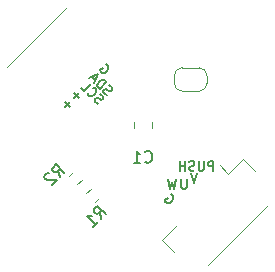
<source format=gbr>
%TF.GenerationSoftware,KiCad,Pcbnew,8.0.7*%
%TF.CreationDate,2025-03-05T23:48:34-06:00*%
%TF.ProjectId,MagEncoder,4d616745-6e63-46f6-9465-722e6b696361,rev?*%
%TF.SameCoordinates,Original*%
%TF.FileFunction,Legend,Bot*%
%TF.FilePolarity,Positive*%
%FSLAX46Y46*%
G04 Gerber Fmt 4.6, Leading zero omitted, Abs format (unit mm)*
G04 Created by KiCad (PCBNEW 8.0.7) date 2025-03-05 23:48:34*
%MOMM*%
%LPD*%
G01*
G04 APERTURE LIST*
%ADD10C,0.150000*%
%ADD11C,0.120000*%
G04 APERTURE END LIST*
D10*
X143862714Y-90135728D02*
X143943526Y-90162666D01*
X143943526Y-90162666D02*
X144024338Y-90243478D01*
X144024338Y-90243478D02*
X144078213Y-90351228D01*
X144078213Y-90351228D02*
X144078213Y-90458977D01*
X144078213Y-90458977D02*
X144051275Y-90539789D01*
X144051275Y-90539789D02*
X143970463Y-90674476D01*
X143970463Y-90674476D02*
X143889651Y-90755289D01*
X143889651Y-90755289D02*
X143754964Y-90836101D01*
X143754964Y-90836101D02*
X143674152Y-90863038D01*
X143674152Y-90863038D02*
X143566402Y-90863038D01*
X143566402Y-90863038D02*
X143458653Y-90809163D01*
X143458653Y-90809163D02*
X143404778Y-90755289D01*
X143404778Y-90755289D02*
X143350903Y-90647539D01*
X143350903Y-90647539D02*
X143350903Y-90593664D01*
X143350903Y-90593664D02*
X143539465Y-90405102D01*
X143539465Y-90405102D02*
X143647214Y-90512852D01*
X143924152Y-92720788D02*
X143816402Y-92666913D01*
X143816402Y-92666913D02*
X143681715Y-92532226D01*
X143681715Y-92532226D02*
X143654778Y-92451414D01*
X143654778Y-92451414D02*
X143654778Y-92397539D01*
X143654778Y-92397539D02*
X143681715Y-92316727D01*
X143681715Y-92316727D02*
X143735590Y-92262852D01*
X143735590Y-92262852D02*
X143816402Y-92235915D01*
X143816402Y-92235915D02*
X143870277Y-92235915D01*
X143870277Y-92235915D02*
X143951089Y-92262852D01*
X143951089Y-92262852D02*
X144085776Y-92343664D01*
X144085776Y-92343664D02*
X144166588Y-92370602D01*
X144166588Y-92370602D02*
X144220463Y-92370602D01*
X144220463Y-92370602D02*
X144301275Y-92343664D01*
X144301275Y-92343664D02*
X144355150Y-92289789D01*
X144355150Y-92289789D02*
X144382088Y-92208977D01*
X144382088Y-92208977D02*
X144382088Y-92155102D01*
X144382088Y-92155102D02*
X144355150Y-92074290D01*
X144355150Y-92074290D02*
X144220463Y-91939603D01*
X144220463Y-91939603D02*
X144112714Y-91885728D01*
X143331529Y-92182040D02*
X143897214Y-91616354D01*
X143897214Y-91616354D02*
X143762527Y-91481667D01*
X143762527Y-91481667D02*
X143654778Y-91427792D01*
X143654778Y-91427792D02*
X143547028Y-91427792D01*
X143547028Y-91427792D02*
X143466216Y-91454730D01*
X143466216Y-91454730D02*
X143331529Y-91535542D01*
X143331529Y-91535542D02*
X143250717Y-91616354D01*
X143250717Y-91616354D02*
X143169904Y-91751041D01*
X143169904Y-91751041D02*
X143142967Y-91831853D01*
X143142967Y-91831853D02*
X143142967Y-91939603D01*
X143142967Y-91939603D02*
X143196842Y-92047353D01*
X143196842Y-92047353D02*
X143331529Y-92182040D01*
X142954405Y-91481667D02*
X142685031Y-91212293D01*
X142846656Y-91697166D02*
X143223779Y-90942919D01*
X143223779Y-90942919D02*
X142469532Y-91320043D01*
X143174152Y-93470788D02*
X143066402Y-93416913D01*
X143066402Y-93416913D02*
X142931715Y-93282226D01*
X142931715Y-93282226D02*
X142904778Y-93201414D01*
X142904778Y-93201414D02*
X142904778Y-93147539D01*
X142904778Y-93147539D02*
X142931715Y-93066727D01*
X142931715Y-93066727D02*
X142985590Y-93012852D01*
X142985590Y-93012852D02*
X143066402Y-92985915D01*
X143066402Y-92985915D02*
X143120277Y-92985915D01*
X143120277Y-92985915D02*
X143201089Y-93012852D01*
X143201089Y-93012852D02*
X143335776Y-93093664D01*
X143335776Y-93093664D02*
X143416588Y-93120602D01*
X143416588Y-93120602D02*
X143470463Y-93120602D01*
X143470463Y-93120602D02*
X143551275Y-93093664D01*
X143551275Y-93093664D02*
X143605150Y-93039789D01*
X143605150Y-93039789D02*
X143632088Y-92958977D01*
X143632088Y-92958977D02*
X143632088Y-92905102D01*
X143632088Y-92905102D02*
X143605150Y-92824290D01*
X143605150Y-92824290D02*
X143470463Y-92689603D01*
X143470463Y-92689603D02*
X143362714Y-92635728D01*
X142312155Y-92554916D02*
X142312155Y-92608791D01*
X142312155Y-92608791D02*
X142366030Y-92716540D01*
X142366030Y-92716540D02*
X142419904Y-92770415D01*
X142419904Y-92770415D02*
X142527654Y-92824290D01*
X142527654Y-92824290D02*
X142635404Y-92824290D01*
X142635404Y-92824290D02*
X142716216Y-92797353D01*
X142716216Y-92797353D02*
X142850903Y-92716540D01*
X142850903Y-92716540D02*
X142931715Y-92635728D01*
X142931715Y-92635728D02*
X143012527Y-92501041D01*
X143012527Y-92501041D02*
X143039465Y-92420229D01*
X143039465Y-92420229D02*
X143039465Y-92312479D01*
X143039465Y-92312479D02*
X142985590Y-92204730D01*
X142985590Y-92204730D02*
X142931715Y-92150855D01*
X142931715Y-92150855D02*
X142823965Y-92096980D01*
X142823965Y-92096980D02*
X142770091Y-92096980D01*
X141746469Y-92096980D02*
X142015843Y-92366354D01*
X142015843Y-92366354D02*
X142581529Y-91800669D01*
X141585776Y-93005289D02*
X141154778Y-92574290D01*
X141154778Y-93005289D02*
X141585776Y-92574290D01*
X140835776Y-93755289D02*
X140404778Y-93324290D01*
X140404778Y-93755289D02*
X140835776Y-93324290D01*
X149362714Y-101135728D02*
X149443526Y-101162666D01*
X149443526Y-101162666D02*
X149524338Y-101243478D01*
X149524338Y-101243478D02*
X149578213Y-101351228D01*
X149578213Y-101351228D02*
X149578213Y-101458977D01*
X149578213Y-101458977D02*
X149551275Y-101539789D01*
X149551275Y-101539789D02*
X149470463Y-101674476D01*
X149470463Y-101674476D02*
X149389651Y-101755289D01*
X149389651Y-101755289D02*
X149254964Y-101836101D01*
X149254964Y-101836101D02*
X149174152Y-101863038D01*
X149174152Y-101863038D02*
X149066402Y-101863038D01*
X149066402Y-101863038D02*
X148958653Y-101809163D01*
X148958653Y-101809163D02*
X148904778Y-101755289D01*
X148904778Y-101755289D02*
X148850903Y-101647539D01*
X148850903Y-101647539D02*
X148850903Y-101593664D01*
X148850903Y-101593664D02*
X149039465Y-101405102D01*
X149039465Y-101405102D02*
X149147214Y-101512852D01*
X149787030Y-99844295D02*
X149596554Y-100644295D01*
X149596554Y-100644295D02*
X149444173Y-100072866D01*
X149444173Y-100072866D02*
X149291792Y-100644295D01*
X149291792Y-100644295D02*
X149101316Y-99844295D01*
X150710839Y-99844295D02*
X150710839Y-100491914D01*
X150710839Y-100491914D02*
X150672744Y-100568104D01*
X150672744Y-100568104D02*
X150634649Y-100606200D01*
X150634649Y-100606200D02*
X150558458Y-100644295D01*
X150558458Y-100644295D02*
X150406077Y-100644295D01*
X150406077Y-100644295D02*
X150329887Y-100606200D01*
X150329887Y-100606200D02*
X150291792Y-100568104D01*
X150291792Y-100568104D02*
X150253696Y-100491914D01*
X150253696Y-100491914D02*
X150253696Y-99844295D01*
X151575125Y-99344295D02*
X151308458Y-100144295D01*
X151308458Y-100144295D02*
X151041792Y-99344295D01*
X152960839Y-99144295D02*
X152960839Y-98344295D01*
X152960839Y-98344295D02*
X152656077Y-98344295D01*
X152656077Y-98344295D02*
X152579887Y-98382390D01*
X152579887Y-98382390D02*
X152541792Y-98420485D01*
X152541792Y-98420485D02*
X152503696Y-98496676D01*
X152503696Y-98496676D02*
X152503696Y-98610961D01*
X152503696Y-98610961D02*
X152541792Y-98687152D01*
X152541792Y-98687152D02*
X152579887Y-98725247D01*
X152579887Y-98725247D02*
X152656077Y-98763342D01*
X152656077Y-98763342D02*
X152960839Y-98763342D01*
X152160839Y-98344295D02*
X152160839Y-98991914D01*
X152160839Y-98991914D02*
X152122744Y-99068104D01*
X152122744Y-99068104D02*
X152084649Y-99106200D01*
X152084649Y-99106200D02*
X152008458Y-99144295D01*
X152008458Y-99144295D02*
X151856077Y-99144295D01*
X151856077Y-99144295D02*
X151779887Y-99106200D01*
X151779887Y-99106200D02*
X151741792Y-99068104D01*
X151741792Y-99068104D02*
X151703696Y-98991914D01*
X151703696Y-98991914D02*
X151703696Y-98344295D01*
X151360840Y-99106200D02*
X151246554Y-99144295D01*
X151246554Y-99144295D02*
X151056078Y-99144295D01*
X151056078Y-99144295D02*
X150979887Y-99106200D01*
X150979887Y-99106200D02*
X150941792Y-99068104D01*
X150941792Y-99068104D02*
X150903697Y-98991914D01*
X150903697Y-98991914D02*
X150903697Y-98915723D01*
X150903697Y-98915723D02*
X150941792Y-98839533D01*
X150941792Y-98839533D02*
X150979887Y-98801438D01*
X150979887Y-98801438D02*
X151056078Y-98763342D01*
X151056078Y-98763342D02*
X151208459Y-98725247D01*
X151208459Y-98725247D02*
X151284649Y-98687152D01*
X151284649Y-98687152D02*
X151322744Y-98649057D01*
X151322744Y-98649057D02*
X151360840Y-98572866D01*
X151360840Y-98572866D02*
X151360840Y-98496676D01*
X151360840Y-98496676D02*
X151322744Y-98420485D01*
X151322744Y-98420485D02*
X151284649Y-98382390D01*
X151284649Y-98382390D02*
X151208459Y-98344295D01*
X151208459Y-98344295D02*
X151017982Y-98344295D01*
X151017982Y-98344295D02*
X150903697Y-98382390D01*
X150560839Y-99144295D02*
X150560839Y-98344295D01*
X150560839Y-98725247D02*
X150103696Y-98725247D01*
X150103696Y-99144295D02*
X150103696Y-98344295D01*
X139939456Y-99703754D02*
X139838441Y-99131335D01*
X140343517Y-99299693D02*
X139636410Y-98592587D01*
X139636410Y-98592587D02*
X139367036Y-98861961D01*
X139367036Y-98861961D02*
X139333364Y-98962976D01*
X139333364Y-98962976D02*
X139333364Y-99030319D01*
X139333364Y-99030319D02*
X139367036Y-99131335D01*
X139367036Y-99131335D02*
X139468051Y-99232350D01*
X139468051Y-99232350D02*
X139569067Y-99266022D01*
X139569067Y-99266022D02*
X139636410Y-99266022D01*
X139636410Y-99266022D02*
X139737425Y-99232350D01*
X139737425Y-99232350D02*
X140006799Y-98962976D01*
X139030319Y-99333365D02*
X138962975Y-99333365D01*
X138962975Y-99333365D02*
X138861960Y-99367037D01*
X138861960Y-99367037D02*
X138693601Y-99535396D01*
X138693601Y-99535396D02*
X138659929Y-99636411D01*
X138659929Y-99636411D02*
X138659929Y-99703754D01*
X138659929Y-99703754D02*
X138693601Y-99804770D01*
X138693601Y-99804770D02*
X138760945Y-99872113D01*
X138760945Y-99872113D02*
X138895632Y-99939457D01*
X138895632Y-99939457D02*
X139703754Y-99939457D01*
X139703754Y-99939457D02*
X139266021Y-100377189D01*
X143439456Y-103203754D02*
X143338441Y-102631335D01*
X143843517Y-102799693D02*
X143136410Y-102092587D01*
X143136410Y-102092587D02*
X142867036Y-102361961D01*
X142867036Y-102361961D02*
X142833364Y-102462976D01*
X142833364Y-102462976D02*
X142833364Y-102530319D01*
X142833364Y-102530319D02*
X142867036Y-102631335D01*
X142867036Y-102631335D02*
X142968051Y-102732350D01*
X142968051Y-102732350D02*
X143069067Y-102766022D01*
X143069067Y-102766022D02*
X143136410Y-102766022D01*
X143136410Y-102766022D02*
X143237425Y-102732350D01*
X143237425Y-102732350D02*
X143506799Y-102462976D01*
X142766021Y-103877189D02*
X143170082Y-103473128D01*
X142968051Y-103675159D02*
X142260945Y-102968052D01*
X142260945Y-102968052D02*
X142429303Y-103001724D01*
X142429303Y-103001724D02*
X142563990Y-103001724D01*
X142563990Y-103001724D02*
X142665006Y-102968052D01*
X147166666Y-98359580D02*
X147214285Y-98407200D01*
X147214285Y-98407200D02*
X147357142Y-98454819D01*
X147357142Y-98454819D02*
X147452380Y-98454819D01*
X147452380Y-98454819D02*
X147595237Y-98407200D01*
X147595237Y-98407200D02*
X147690475Y-98311961D01*
X147690475Y-98311961D02*
X147738094Y-98216723D01*
X147738094Y-98216723D02*
X147785713Y-98026247D01*
X147785713Y-98026247D02*
X147785713Y-97883390D01*
X147785713Y-97883390D02*
X147738094Y-97692914D01*
X147738094Y-97692914D02*
X147690475Y-97597676D01*
X147690475Y-97597676D02*
X147595237Y-97502438D01*
X147595237Y-97502438D02*
X147452380Y-97454819D01*
X147452380Y-97454819D02*
X147357142Y-97454819D01*
X147357142Y-97454819D02*
X147214285Y-97502438D01*
X147214285Y-97502438D02*
X147166666Y-97550057D01*
X146214285Y-98454819D02*
X146785713Y-98454819D01*
X146499999Y-98454819D02*
X146499999Y-97454819D01*
X146499999Y-97454819D02*
X146595237Y-97597676D01*
X146595237Y-97597676D02*
X146690475Y-97692914D01*
X146690475Y-97692914D02*
X146785713Y-97740533D01*
D11*
%TO.C,JP1*%
X152433345Y-91105687D02*
X152433345Y-91705687D01*
X150333345Y-90405687D02*
X151733345Y-90405687D01*
X151733345Y-92405687D02*
X150333345Y-92405687D01*
X149633345Y-91705687D02*
X149633345Y-91105687D01*
X151733345Y-90405687D02*
G75*
G02*
X152433345Y-91105687I1J-699999D01*
G01*
X152433345Y-91705687D02*
G75*
G02*
X151733345Y-92405687I-699999J-1D01*
G01*
X149633345Y-91105687D02*
G75*
G02*
X150333345Y-90405687I700000J0D01*
G01*
X150333345Y-92405687D02*
G75*
G02*
X149633345Y-91705687I0J700000D01*
G01*
%TO.C,R2*%
X141799580Y-99939346D02*
X141439346Y-100299580D01*
X141060654Y-99200420D02*
X140700420Y-99560654D01*
%TO.C,R1*%
X143299580Y-101439346D02*
X142939346Y-101799580D01*
X142560654Y-100700420D02*
X142200420Y-101060654D01*
%TO.C,C1*%
X146265000Y-95548752D02*
X146265000Y-95026248D01*
X147735000Y-95548752D02*
X147735000Y-95026248D01*
%TO.C,J2*%
X154204594Y-99377101D02*
X155477386Y-98104308D01*
X155477386Y-98104308D02*
X156502691Y-99129613D01*
X152521680Y-107098707D02*
X157598707Y-102021680D01*
X153504558Y-98677065D02*
X154204594Y-99377101D01*
X149877101Y-103704594D02*
X148604308Y-104977386D01*
X148604308Y-104977386D02*
X149629613Y-106002691D01*
%TO.C,J1*%
X140586665Y-85256980D02*
X135509638Y-90334007D01*
%TD*%
M02*

</source>
